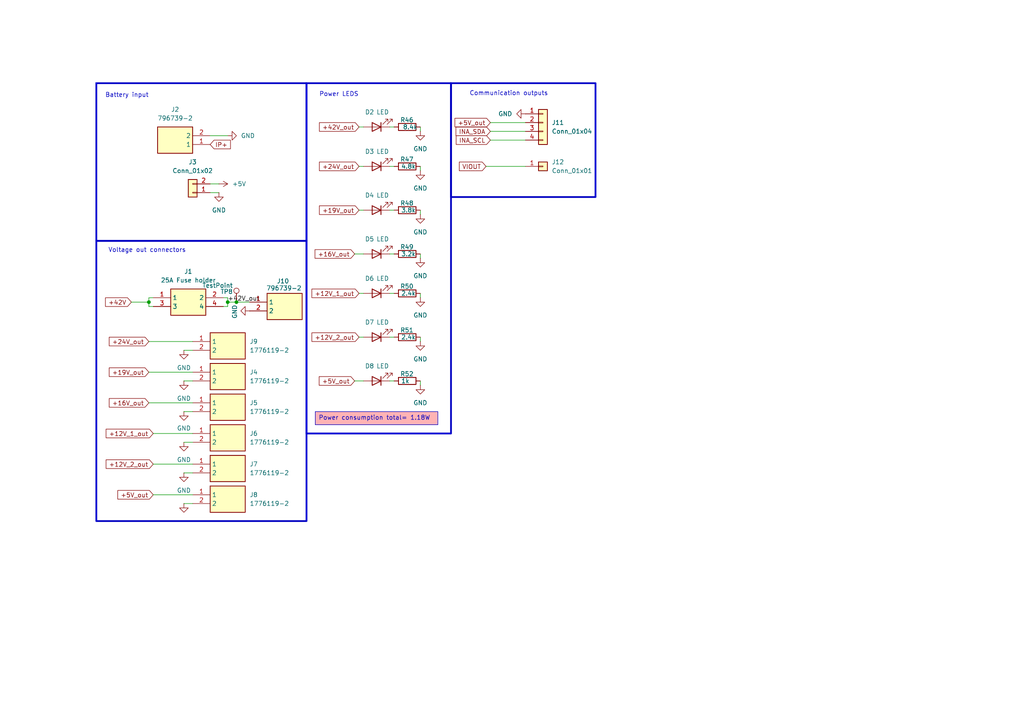
<source format=kicad_sch>
(kicad_sch (version 20231120) (generator "eeschema") (generator_version "8.0")
  (paper "A4")
  (title_block (title "Sheet Title A") (company "${COMPANY}"))
  (lib_symbols
    (symbol "1776119-2:1776119-2"
      (property "Reference" "J" (at 16.51 7.62 0))
      (property "Value" "1776119-2" (at 16.51 5.08 0))
      (symbol "1776119-2_1_1"
        (rectangle (start 5.08 2.54) (end 15.24 -5.08) (stroke (width 0.254)) (fill (type background)))
        (pin passive line (at 0 0 0) (length 5.08) (name "1") (number "1"))
        (pin passive line (at 0 -2.54 0) (length 5.08) (name "2") (number "2"))
      )
    )
    (symbol "3557-2:3557-2"
      (property "Reference" "J" (at 9.398 7.366 0))
      (property "Value" "3557-2" (at 6.604 4.826 0))
      (symbol "3557-2_1_1"
        (rectangle (start 5.08 2.54) (end 15.24 -5.08) (stroke (width 0.254)) (fill (type background)))
        (pin passive line (at 0 0 0) (length 5.08) (name "1") (number "1"))
        (pin passive line (at 20.32 0 180) (length 5.08) (name "2") (number "2"))
        (pin passive line (at 0 -2.54 0) (length 5.08) (name "3") (number "3"))
        (pin passive line (at 20.32 -2.54 180) (length 5.08) (name "4") (number "4"))
      )
    )
    (symbol "796739-2:796739-2"
      (property "Reference" "J" (at 16.51 7.62 0))
      (property "Value" "796739-2" (at 16.51 5.08 0))
      (symbol "796739-2_1_1"
        (rectangle (start 5.08 2.54) (end 15.24 -5.08) (stroke (width 0.254)) (fill (type background)))
        (pin passive line (at 0 0 0) (length 5.08) (name "1") (number "1"))
        (pin passive line (at 0 -2.54 0) (length 5.08) (name "2") (number "2"))
      )
    )
    (symbol "Connector:TestPoint" (pin_numbers hide) (pin_names (offset 0.762) hide)
      (property "Reference" "TP" (at 0 6.858 0))
      (property "Value" "TestPoint" (at 0 5.08 0))
      (symbol "TestPoint_0_1"
        (circle (center 0 3.302) (radius 0.762))
      )
      (symbol "TestPoint_1_1"
        (pin passive line (at 0 0 90) (length 2.54) (name "1") (number "1"))
      )
    )
    (symbol "Connector_Generic:Conn_01x01" (pin_names (offset 1.016) hide)
      (property "Reference" "J" (at 0 2.54 0))
      (property "Value" "Conn_01x01" (at 0 -2.54 0))
      (symbol "Conn_01x01_1_1"
        (rectangle (start -1.27 0.127) (end 0 -0.127) (stroke (width 0.1524)))
        (rectangle (start -1.27 1.27) (end 1.27 -1.27) (stroke (width 0.254)) (fill (type background)))
        (pin passive line (at -5.08 0 0) (length 3.81) (name "Pin_1") (number "1"))
      )
    )
    (symbol "Connector_Generic:Conn_01x02" (pin_names (offset 1.016) hide)
      (property "Reference" "J" (at 0 2.54 0))
      (property "Value" "Conn_01x02" (at 0 -5.08 0))
      (symbol "Conn_01x02_1_1"
        (rectangle (start -1.27 -2.413) (end 0 -2.667) (stroke (width 0.1524)))
        (rectangle (start -1.27 0.127) (end 0 -0.127) (stroke (width 0.1524)))
        (rectangle (start -1.27 1.27) (end 1.27 -3.81) (stroke (width 0.254)) (fill (type background)))
        (pin passive line (at -5.08 0 0) (length 3.81) (name "Pin_1") (number "1"))
        (pin passive line (at -5.08 -2.54 0) (length 3.81) (name "Pin_2") (number "2"))
      )
    )
    (symbol "Connector_Generic:Conn_01x04" (pin_names (offset 1.016) hide)
      (property "Reference" "J" (at 0 5.08 0))
      (property "Value" "Conn_01x04" (at 0 -7.62 0))
      (symbol "Conn_01x04_1_1"
        (rectangle (start -1.27 -4.953) (end 0 -5.207) (stroke (width 0.1524)))
        (rectangle (start -1.27 -2.413) (end 0 -2.667) (stroke (width 0.1524)))
        (rectangle (start -1.27 0.127) (end 0 -0.127) (stroke (width 0.1524)))
        (rectangle (start -1.27 2.667) (end 0 2.413) (stroke (width 0.1524)))
        (rectangle (start -1.27 3.81) (end 1.27 -6.35) (stroke (width 0.254)) (fill (type background)))
        (pin passive line (at -5.08 2.54 0) (length 3.81) (name "Pin_1") (number "1"))
        (pin passive line (at -5.08 0 0) (length 3.81) (name "Pin_2") (number "2"))
        (pin passive line (at -5.08 -2.54 0) (length 3.81) (name "Pin_3") (number "3"))
        (pin passive line (at -5.08 -5.08 0) (length 3.81) (name "Pin_4") (number "4"))
      )
    )
    (symbol "Device:LED" (pin_numbers hide) (pin_names (offset 1.016) hide)
      (property "Reference" "D" (at 0 2.54 0))
      (property "Value" "LED" (at 0 -2.54 0))
      (symbol "LED_0_1"
        (polyline (pts (xy -1.27 -1.27) (xy -1.27 1.27)) (stroke (width 0.254)))
        (polyline (pts (xy -1.27 0) (xy 1.27 0)))
        (polyline (pts (xy 1.27 -1.27) (xy 1.27 1.27) (xy -1.27 0) (xy 1.27 -1.27)) (stroke (width 0.254)))
        (polyline (pts (xy -3.048 -0.762) (xy -4.572 -2.286) (xy -3.81 -2.286) (xy -4.572 -2.286) (xy -4.572 -1.524)))
        (polyline (pts (xy -1.778 -0.762) (xy -3.302 -2.286) (xy -2.54 -2.286) (xy -3.302 -2.286) (xy -3.302 -1.524)))
      )
      (symbol "LED_1_1"
        (pin passive line (at -3.81 0 0) (length 2.54) (name "K") (number "1"))
        (pin passive line (at 3.81 0 180) (length 2.54) (name "A") (number "2"))
      )
    )
    (symbol "Device:R" (pin_numbers hide) (pin_names (offset 0))
      (property "Reference" "R" (at 2.032 0 90))
      (property "Value" "R" (at 0 0 90))
      (symbol "R_0_1"
        (rectangle (start -1.016 -2.54) (end 1.016 2.54) (stroke (width 0.254)))
      )
      (symbol "R_1_1"
        (pin passive line (at 0 3.81 270) (length 1.27) (name "~") (number "1"))
        (pin passive line (at 0 -3.81 90) (length 1.27) (name "~") (number "2"))
      )
    )
    (symbol "power:+5V" (power) (pin_numbers hide) (pin_names (offset 0) hide)
      (property "Value" "+5V" (at 0 3.556 0))
      (symbol "+5V_0_1"
        (polyline (pts (xy -0.762 1.27) (xy 0 2.54)))
        (polyline (pts (xy 0 0) (xy 0 2.54)))
        (polyline (pts (xy 0 2.54) (xy 0.762 1.27)))
      )
      (symbol "+5V_1_1"
        (pin power_in line (at 0 0 90) (length 0) (name "~") (number "1"))
      )
    )
    (symbol "power:GND" (power) (pin_numbers hide) (pin_names (offset 0) hide)
      (property "Value" "GND" (at 0 -3.81 0))
      (symbol "GND_0_1"
        (polyline (pts (xy 0 0) (xy 0 -1.27) (xy 1.27 -1.27) (xy 0 -2.54) (xy -1.27 -1.27) (xy 0 -1.27)))
      )
      (symbol "GND_1_1"
        (pin power_in line (at 0 0 270) (length 0) (name "~") (number "1"))
      )
    )
  )
  (junction (at 68.58 87.63))
  (junction (at 66.04 87.63))
  (junction (at 43.18 87.63))
  (wire (pts (xy 121.92 110.49) (xy 121.92 111.76)))
  (wire (pts (xy 121.92 48.26) (xy 121.92 49.53)))
  (wire (pts (xy 64.77 88.9) (xy 66.04 88.9)))
  (wire (pts (xy 113.03 73.66) (xy 114.3 73.66)))
  (wire (pts (xy 44.45 143.51) (xy 55.88 143.51)))
  (wire (pts (xy 53.34 110.49) (xy 55.88 110.49)))
  (wire (pts (xy 113.03 48.26) (xy 114.3 48.26)))
  (wire (pts (xy 43.18 86.36) (xy 44.45 86.36)))
  (wire (pts (xy 104.14 48.26) (xy 105.41 48.26)))
  (wire (pts (xy 121.92 60.96) (xy 121.92 62.23)))
  (wire (pts (xy 113.03 110.49) (xy 114.3 110.49)))
  (wire (pts (xy 43.18 99.06) (xy 55.88 99.06)))
  (wire (pts (xy 104.14 97.79) (xy 105.41 97.79)))
  (wire (pts (xy 53.34 119.38) (xy 55.88 119.38)))
  (wire (pts (xy 53.34 128.27) (xy 55.88 128.27)))
  (wire (pts (xy 43.18 87.63) (xy 43.18 86.36)))
  (wire (pts (xy 53.34 101.6) (xy 55.88 101.6)))
  (wire (pts (xy 142.24 35.56) (xy 152.4 35.56)))
  (wire (pts (xy 113.03 60.96) (xy 114.3 60.96)))
  (wire (pts (xy 38.1 87.63) (xy 43.18 87.63)))
  (wire (pts (xy 66.04 87.63) (xy 68.58 87.63)))
  (wire (pts (xy 121.92 36.83) (xy 121.92 38.1)))
  (wire (pts (xy 104.14 85.09) (xy 105.41 85.09)))
  (wire (pts (xy 60.96 39.37) (xy 66.04 39.37)))
  (wire (pts (xy 43.18 107.95) (xy 55.88 107.95)))
  (wire (pts (xy 104.14 60.96) (xy 105.41 60.96)))
  (wire (pts (xy 68.58 87.63) (xy 72.39 87.63)))
  (wire (pts (xy 60.96 55.88) (xy 63.5 55.88)))
  (wire (pts (xy 66.04 86.36) (xy 66.04 87.63)))
  (wire (pts (xy 142.24 38.1) (xy 152.4 38.1)))
  (wire (pts (xy 44.45 125.73) (xy 55.88 125.73)))
  (wire (pts (xy 113.03 36.83) (xy 114.3 36.83)))
  (wire (pts (xy 53.34 146.05) (xy 55.88 146.05)))
  (wire (pts (xy 142.24 40.64) (xy 152.4 40.64)))
  (wire (pts (xy 102.87 73.66) (xy 105.41 73.66)))
  (wire (pts (xy 44.45 88.9) (xy 43.18 88.9)))
  (wire (pts (xy 121.92 85.09) (xy 121.92 86.36)))
  (wire (pts (xy 43.18 88.9) (xy 43.18 87.63)))
  (wire (pts (xy 60.96 53.34) (xy 63.5 53.34)))
  (wire (pts (xy 113.03 85.09) (xy 114.3 85.09)))
  (wire (pts (xy 140.97 48.26) (xy 152.4 48.26)))
  (wire (pts (xy 121.92 97.79) (xy 121.92 99.06)))
  (wire (pts (xy 102.87 110.49) (xy 105.41 110.49)))
  (wire (pts (xy 53.34 137.16) (xy 55.88 137.16)))
  (wire (pts (xy 113.03 97.79) (xy 114.3 97.79)))
  (wire (pts (xy 43.18 116.84) (xy 55.88 116.84)))
  (wire (pts (xy 44.45 134.62) (xy 55.88 134.62)))
  (wire (pts (xy 64.77 86.36) (xy 66.04 86.36)))
  (wire (pts (xy 66.04 87.63) (xy 66.04 88.9)))
  (wire (pts (xy 121.92 73.66) (xy 121.92 74.93)))
  (wire (pts (xy 104.14 36.83) (xy 105.41 36.83)))
  (rectangle (start 130.81 24.13) (end 172.72 57.15) (stroke (width 0.508)))
  (rectangle (start 27.94 24.13) (end 88.9 69.85) (stroke (width 0.508)))
  (rectangle (start 27.94 69.85) (end 88.9 151.13) (stroke (width 0.508)))
  (rectangle (start 88.9 24.13) (end 130.81 125.73) (stroke (width 0.508)))
  (text_box "Power consumption total= 1.18W\n\n" (at 91.44 119.38 0) (size 35.56 3.81) (fill (type color) (color 255 0 0 0.3)) (effects (font (size 1.27 1.27)) (justify left top)))
  (text "Voltage out connectors\n" (at 42.672 72.644 0) (effects (font (size 1.27 1.27))))
  (text "Power LEDS\n" (at 98.298 27.432 0) (effects (font (size 1.27 1.27))))
  (text "Battery input\n" (at 36.83 27.686 0) (effects (font (size 1.27 1.27))))
  (text "Communication outputs\n" (at 147.574 27.178 0) (effects (font (size 1.27 1.27))))
  (label "+42V_out" (at 66.04 87.63 0))
  (global_label "+12V_1_out" (shape input) (at 44.45 125.73 180) (property "Intersheetrefs" "${INTERSHEET_REFS}" (effects (hide yes))))
  (global_label "VIOUT" (shape input) (at 140.97 48.26 180) (property "Intersheetrefs" "${INTERSHEET_REFS}" (effects (hide yes))))
  (global_label "+19V_out" (shape input) (at 104.14 60.96 180) (property "Intersheetrefs" "${INTERSHEET_REFS}" (effects (hide yes))))
  (global_label "+5V_out" (shape input) (at 102.87 110.49 180) (property "Intersheetrefs" "${INTERSHEET_REFS}" (effects (hide yes))))
  (global_label "+5V_out" (shape input) (at 142.24 35.56 180) (property "Intersheetrefs" "${INTERSHEET_REFS}" (effects (hide yes))))
  (global_label "+24V_out" (shape input) (at 43.18 99.06 180) (property "Intersheetrefs" "${INTERSHEET_REFS}" (effects (hide yes))))
  (global_label "+5V_out" (shape input) (at 44.45 143.51 180) (property "Intersheetrefs" "${INTERSHEET_REFS}" (effects (hide yes))))
  (global_label "+12V_2_out" (shape input) (at 104.14 97.79 180) (property "Intersheetrefs" "${INTERSHEET_REFS}" (effects (hide yes))))
  (global_label "+12V_1_out" (shape input) (at 104.14 85.09 180) (property "Intersheetrefs" "${INTERSHEET_REFS}" (effects (hide yes))))
  (global_label "+19V_out" (shape input) (at 43.18 107.95 180) (property "Intersheetrefs" "${INTERSHEET_REFS}" (effects (hide yes))))
  (global_label "INA_SCL" (shape input) (at 142.24 40.64 180) (property "Intersheetrefs" "${INTERSHEET_REFS}" (effects (hide yes))))
  (global_label "+24V_out" (shape input) (at 104.14 48.26 180) (property "Intersheetrefs" "${INTERSHEET_REFS}" (effects (hide yes))))
  (global_label "IP+" (shape input) (at 60.96 41.91 0) (property "Intersheetrefs" "${INTERSHEET_REFS}" (effects (hide yes))))
  (global_label "+42V_out" (shape input) (at 104.14 36.83 180) (property "Intersheetrefs" "${INTERSHEET_REFS}" (effects (hide yes))))
  (global_label "+42V" (shape input) (at 38.1 87.63 180) (property "Intersheetrefs" "${INTERSHEET_REFS}" (effects (hide yes))))
  (global_label "+16V_out" (shape input) (at 43.18 116.84 180) (property "Intersheetrefs" "${INTERSHEET_REFS}" (effects (hide yes))))
  (global_label "+16V_out" (shape input) (at 102.87 73.66 180) (property "Intersheetrefs" "${INTERSHEET_REFS}" (effects (hide yes))))
  (global_label "+12V_2_out" (shape input) (at 44.45 134.62 180) (property "Intersheetrefs" "${INTERSHEET_REFS}" (effects (hide yes))))
  (global_label "INA_SDA" (shape input) (at 142.24 38.1 180) (property "Intersheetrefs" "${INTERSHEET_REFS}" (effects (hide yes))))
  (symbol (lib_id "power:GND") (at 152.4 33.02 270) (unit 1)
    (property "Reference" "#PWR089" (effects (hide yes)))
    (property "Value" "GND" (at 148.59 33.0199 90) (effects (justify right)))
    (property "Description" "Power symbol creates a global label with name \"GND\" , ground" (effects (hide yes)))
  )
  (symbol (lib_id "Device:R") (at 118.11 85.09 270) (unit 1)
    (property "Reference" "R50" (at 116.078 83.058 90) (effects (justify left)))
    (property "Value" "2.4k" (at 116.332 85.09 90) (effects (justify left)))
    (property "Footprint" "Resistor_SMD:R_0603_1608Metric_Pad0.98x0.95mm_HandSolder" (effects (hide yes)))
    (property "Description" "Resistor" (effects (hide yes)))
  )
  (symbol (lib_id "Device:LED") (at 109.22 60.96 180) (unit 1)
    (property "Reference" "D4" (at 107.188 56.642 0))
    (property "Value" "LED" (at 110.998 56.642 0))
    (property "Footprint" "LED_SMD:LED_0603_1608Metric_Pad1.05x0.95mm_HandSolder" (effects (hide yes)))
    (property "Description" "Light emitting diode" (effects (hide yes)))
  )
  (symbol (lib_id "power:GND") (at 121.92 111.76 0) (unit 1)
    (property "Reference" "#PWR088" (effects (hide yes)))
    (property "Value" "GND" (at 121.92 116.84 0))
    (property "Description" "Power symbol creates a global label with name \"GND\" , ground" (effects (hide yes)))
  )
  (symbol (lib_id "power:GND") (at 53.34 101.6 0) (unit 1)
    (property "Reference" "#PWR072" (effects (hide yes)))
    (property "Value" "GND" (at 53.34 106.68 0))
    (property "Description" "Power symbol creates a global label with name \"GND\" , ground" (effects (hide yes)))
  )
  (symbol (lib_id "1776119-2:1776119-2") (at 55.88 107.95 0) (unit 1)
    (property "Reference" "J4" (at 72.39 107.9499 0) (effects (justify left)))
    (property "Value" "1776119-2" (at 72.39 110.4899 0) (effects (justify left)))
    (property "Footprint" "17761192" (effects (hide yes)))
    (property "Datasheet" "https://www.te.com/commerce/DocumentDelivery/DDEController?Action=srchrtrv&DocNm=1-1773458-1_EURO_STYLE_QRG&DocType=Data%20Sheet&DocLang=English&PartCntxt=1776119-2&DocFormat=pdf" (effects (hide yes)))
    (property "Description" "Body Features: Primary Product Color Black | Product Orientation Vertical | Configuration Features: Wire Entry Location Side | Stacked Levels Without | Stacking Configuration Side Stackable | Number of Rows 1 | Wire Entry Angle 90 | Number of Positions 2 | Contact Features: Contact Mating Area Plating Material Tin | Contact Current Rating (Max) 10 AMP | Contact Base Material Brass | Dimensions: Wire Size 30  16 AWG | Wire Size .05  1.4 MMSQ | Electrical Characteristics: Operating Voltage 300 VAC | H" (effects (hide yes)))
    (property "Height" "10.15" (effects (hide yes)))
    (property "Mouser Part Number" "571-1776119-2" (effects (hide yes)))
    (property "Mouser Price/Stock" "https://www.mouser.co.uk/ProductDetail/TE-Connectivity/1776119-2?qs=wXhBCuSapIOt9kisiZ5F8Q%3D%3D" (effects (hide yes)))
    (property "Manufacturer_Name" "TE Connectivity" (effects (hide yes)))
    (property "Manufacturer_Part_Number" "1776119-2" (effects (hide yes)))
  )
  (symbol (lib_id "Connector_Generic:Conn_01x04") (at 157.48 35.56 0) (unit 1)
    (property "Reference" "J11" (at 160.02 35.5599 0) (effects (justify left)))
    (property "Value" "Conn_01x04" (at 160.02 38.0999 0) (effects (justify left)))
    (property "Footprint" "Connector_JST:JST_XA_B04B-XASK-1_1x04_P2.50mm_Vertical" (effects (hide yes)))
    (property "Description" "Generic connector, single row, 01x04, script generated (kicad-library-utils/schlib/autogen/connector/)" (effects (hide yes)))
  )
  (symbol (lib_id "power:GND") (at 53.34 110.49 0) (unit 1)
    (property "Reference" "#PWR073" (effects (hide yes)))
    (property "Value" "GND" (at 53.34 115.57 0))
    (property "Description" "Power symbol creates a global label with name \"GND\" , ground" (effects (hide yes)))
  )
  (symbol (lib_id "power:GND") (at 53.34 146.05 0) (unit 1)
    (property "Reference" "#PWR077" (effects (hide yes)))
    (property "Value" "GND" (effects (hide yes)))
    (property "Description" "Power symbol creates a global label with name \"GND\" , ground" (effects (hide yes)))
  )
  (symbol (lib_id "1776119-2:1776119-2") (at 55.88 125.73 0) (unit 1)
    (property "Reference" "J6" (at 72.39 125.7299 0) (effects (justify left)))
    (property "Value" "1776119-2" (at 72.39 128.2699 0) (effects (justify left)))
    (property "Footprint" "17761192" (effects (hide yes)))
    (property "Datasheet" "https://www.te.com/commerce/DocumentDelivery/DDEController?Action=srchrtrv&DocNm=1-1773458-1_EURO_STYLE_QRG&DocType=Data%20Sheet&DocLang=English&PartCntxt=1776119-2&DocFormat=pdf" (effects (hide yes)))
    (property "Description" "Body Features: Primary Product Color Black | Product Orientation Vertical | Configuration Features: Wire Entry Location Side | Stacked Levels Without | Stacking Configuration Side Stackable | Number of Rows 1 | Wire Entry Angle 90 | Number of Positions 2 | Contact Features: Contact Mating Area Plating Material Tin | Contact Current Rating (Max) 10 AMP | Contact Base Material Brass | Dimensions: Wire Size 30  16 AWG | Wire Size .05  1.4 MMSQ | Electrical Characteristics: Operating Voltage 300 VAC | H" (effects (hide yes)))
    (property "Height" "10.15" (effects (hide yes)))
    (property "Mouser Part Number" "571-1776119-2" (effects (hide yes)))
    (property "Mouser Price/Stock" "https://www.mouser.co.uk/ProductDetail/TE-Connectivity/1776119-2?qs=wXhBCuSapIOt9kisiZ5F8Q%3D%3D" (effects (hide yes)))
    (property "Manufacturer_Name" "TE Connectivity" (effects (hide yes)))
    (property "Manufacturer_Part_Number" "1776119-2" (effects (hide yes)))
  )
  (symbol (lib_id "Connector_Generic:Conn_01x01") (at 157.48 48.26 0) (unit 1)
    (property "Reference" "J12" (at 160.02 46.9899 0) (effects (justify left)))
    (property "Value" "Conn_01x01" (at 160.02 49.5299 0) (effects (justify left)))
    (property "Footprint" "Connector_PinHeader_2.54mm:PinHeader_1x01_P2.54mm_Vertical" (effects (hide yes)))
    (property "Description" "Generic connector, single row, 01x01, script generated (kicad-library-utils/schlib/autogen/connector/)" (effects (hide yes)))
  )
  (symbol (lib_id "796739-2:796739-2") (at 72.39 87.63 0) (unit 1)
    (property "Reference" "J10" (at 80.264 81.534 0) (effects (justify left)))
    (property "Value" "796739-2" (at 77.216 83.566 0) (effects (justify left)))
    (property "Footprint" "7967392" (effects (hide yes)))
    (property "Datasheet" "https://www.te.com/commerce/DocumentDelivery/DDEController?Action=srchrtrv&DocNm=1-1773458-1_EURO_STYLE_QRG&DocType=Data%20Sheet&DocLang=English&PartCntxt=796739-2&DocFormat=pdf" (effects (hide yes)))
    (property "Description" "Body Features: Product Orientation Vertical | Primary Product Color Green | Configuration Features: Wire Entry Angle 90 | Stacked Levels Without | Number of Positions 2 | Number of Rows 1 | Wire Entry Location Side | Contact Features: Contact Base Material Brass | Contact Current Rating (Max) 30 AMP | Contact Mating Area Plating Material Tin | Dimensions: Wire Size .05  5.26 MMSQ | Wire Size 30  10 AWG | Electrical Characteristics: Operating Voltage 600 VAC | Housing Features: Housing Material PA 66" (effects (hide yes)))
    (property "Height" "21.7" (effects (hide yes)))
    (property "Mouser Part Number" "571-796739-2" (effects (hide yes)))
    (property "Mouser Price/Stock" "https://www.mouser.co.uk/ProductDetail/TE-Connectivity/796739-2?qs=DUs9f6OUnucjHXAXMBymqQ%3D%3D" (effects (hide yes)))
    (property "Manufacturer_Name" "TE Connectivity" (effects (hide yes)))
    (property "Manufacturer_Part_Number" "796739-2" (effects (hide yes)))
  )
  (symbol (lib_id "Device:LED") (at 109.22 36.83 180) (unit 1)
    (property "Reference" "D2" (at 107.188 32.512 0))
    (property "Value" "LED" (at 110.998 32.512 0))
    (property "Footprint" "LED_SMD:LED_0603_1608Metric_Pad1.05x0.95mm_HandSolder" (effects (hide yes)))
    (property "Description" "Light emitting diode" (effects (hide yes)))
  )
  (symbol (lib_id "power:GND") (at 53.34 137.16 0) (unit 1)
    (property "Reference" "#PWR076" (effects (hide yes)))
    (property "Value" "GND" (at 53.34 142.24 0))
    (property "Description" "Power symbol creates a global label with name \"GND\" , ground" (effects (hide yes)))
  )
  (symbol (lib_id "power:GND") (at 121.92 99.06 0) (unit 1)
    (property "Reference" "#PWR087" (effects (hide yes)))
    (property "Value" "GND" (at 121.92 104.14 0))
    (property "Description" "Power symbol creates a global label with name \"GND\" , ground" (effects (hide yes)))
  )
  (symbol (lib_id "power:GND") (at 63.5 55.88 0) (unit 1)
    (property "Reference" "#PWR080" (effects (hide yes)))
    (property "Value" "GND" (at 63.5 60.96 0))
    (property "Description" "Power symbol creates a global label with name \"GND\" , ground" (effects (hide yes)))
  )
  (symbol (lib_id "1776119-2:1776119-2") (at 55.88 134.62 0) (unit 1)
    (property "Reference" "J7" (at 72.39 134.6199 0) (effects (justify left)))
    (property "Value" "1776119-2" (at 72.39 137.1599 0) (effects (justify left)))
    (property "Footprint" "17761192" (effects (hide yes)))
    (property "Datasheet" "https://www.te.com/commerce/DocumentDelivery/DDEController?Action=srchrtrv&DocNm=1-1773458-1_EURO_STYLE_QRG&DocType=Data%20Sheet&DocLang=English&PartCntxt=1776119-2&DocFormat=pdf" (effects (hide yes)))
    (property "Description" "Body Features: Primary Product Color Black | Product Orientation Vertical | Configuration Features: Wire Entry Location Side | Stacked Levels Without | Stacking Configuration Side Stackable | Number of Rows 1 | Wire Entry Angle 90 | Number of Positions 2 | Contact Features: Contact Mating Area Plating Material Tin | Contact Current Rating (Max) 10 AMP | Contact Base Material Brass | Dimensions: Wire Size 30  16 AWG | Wire Size .05  1.4 MMSQ | Electrical Characteristics: Operating Voltage 300 VAC | H" (effects (hide yes)))
    (property "Height" "10.15" (effects (hide yes)))
    (property "Mouser Part Number" "571-1776119-2" (effects (hide yes)))
    (property "Mouser Price/Stock" "https://www.mouser.co.uk/ProductDetail/TE-Connectivity/1776119-2?qs=wXhBCuSapIOt9kisiZ5F8Q%3D%3D" (effects (hide yes)))
    (property "Manufacturer_Name" "TE Connectivity" (effects (hide yes)))
    (property "Manufacturer_Part_Number" "1776119-2" (effects (hide yes)))
  )
  (symbol (lib_id "power:GND") (at 53.34 128.27 0) (unit 1)
    (property "Reference" "#PWR075" (effects (hide yes)))
    (property "Value" "GND" (at 53.34 133.35 0))
    (property "Description" "Power symbol creates a global label with name \"GND\" , ground" (effects (hide yes)))
  )
  (symbol (lib_id "1776119-2:1776119-2") (at 55.88 143.51 0) (unit 1)
    (property "Reference" "J8" (at 72.39 143.5099 0) (effects (justify left)))
    (property "Value" "1776119-2" (at 72.39 146.0499 0) (effects (justify left)))
    (property "Footprint" "17761192" (effects (hide yes)))
    (property "Datasheet" "https://www.te.com/commerce/DocumentDelivery/DDEController?Action=srchrtrv&DocNm=1-1773458-1_EURO_STYLE_QRG&DocType=Data%20Sheet&DocLang=English&PartCntxt=1776119-2&DocFormat=pdf" (effects (hide yes)))
    (property "Description" "Body Features: Primary Product Color Black | Product Orientation Vertical | Configuration Features: Wire Entry Location Side | Stacked Levels Without | Stacking Configuration Side Stackable | Number of Rows 1 | Wire Entry Angle 90 | Number of Positions 2 | Contact Features: Contact Mating Area Plating Material Tin | Contact Current Rating (Max) 10 AMP | Contact Base Material Brass | Dimensions: Wire Size 30  16 AWG | Wire Size .05  1.4 MMSQ | Electrical Characteristics: Operating Voltage 300 VAC | H" (effects (hide yes)))
    (property "Height" "10.15" (effects (hide yes)))
    (property "Mouser Part Number" "571-1776119-2" (effects (hide yes)))
    (property "Mouser Price/Stock" "https://www.mouser.co.uk/ProductDetail/TE-Connectivity/1776119-2?qs=wXhBCuSapIOt9kisiZ5F8Q%3D%3D" (effects (hide yes)))
    (property "Manufacturer_Name" "TE Connectivity" (effects (hide yes)))
    (property "Manufacturer_Part_Number" "1776119-2" (effects (hide yes)))
  )
  (symbol (lib_id "1776119-2:1776119-2") (at 55.88 99.06 0) (unit 1)
    (property "Reference" "J9" (at 72.39 99.0599 0) (effects (justify left)))
    (property "Value" "1776119-2" (at 72.39 101.5999 0) (effects (justify left)))
    (property "Footprint" "17761192" (effects (hide yes)))
    (property "Datasheet" "https://www.te.com/commerce/DocumentDelivery/DDEController?Action=srchrtrv&DocNm=1-1773458-1_EURO_STYLE_QRG&DocType=Data%20Sheet&DocLang=English&PartCntxt=1776119-2&DocFormat=pdf" (effects (hide yes)))
    (property "Description" "Body Features: Primary Product Color Black | Product Orientation Vertical | Configuration Features: Wire Entry Location Side | Stacked Levels Without | Stacking Configuration Side Stackable | Number of Rows 1 | Wire Entry Angle 90 | Number of Positions 2 | Contact Features: Contact Mating Area Plating Material Tin | Contact Current Rating (Max) 10 AMP | Contact Base Material Brass | Dimensions: Wire Size 30  16 AWG | Wire Size .05  1.4 MMSQ | Electrical Characteristics: Operating Voltage 300 VAC | H" (effects (hide yes)))
    (property "Height" "10.15" (effects (hide yes)))
    (property "Mouser Part Number" "571-1776119-2" (effects (hide yes)))
    (property "Mouser Price/Stock" "https://www.mouser.co.uk/ProductDetail/TE-Connectivity/1776119-2?qs=wXhBCuSapIOt9kisiZ5F8Q%3D%3D" (effects (hide yes)))
    (property "Manufacturer_Name" "TE Connectivity" (effects (hide yes)))
    (property "Manufacturer_Part_Number" "1776119-2" (effects (hide yes)))
  )
  (symbol (lib_id "Device:R") (at 118.11 36.83 270) (unit 1)
    (property "Reference" "R46" (at 116.078 34.798 90) (effects (justify left)))
    (property "Value" "8.4k" (at 116.84 36.83 90) (effects (justify left)))
    (property "Footprint" "Resistor_SMD:R_0603_1608Metric_Pad0.98x0.95mm_HandSolder" (effects (hide yes)))
    (property "Description" "Resistor" (effects (hide yes)))
  )
  (symbol (lib_id "power:GND") (at 121.92 86.36 0) (unit 1)
    (property "Reference" "#PWR086" (effects (hide yes)))
    (property "Value" "GND" (at 121.92 91.44 0))
    (property "Description" "Power symbol creates a global label with name \"GND\" , ground" (effects (hide yes)))
  )
  (symbol (lib_id "Device:R") (at 118.11 97.79 270) (unit 1)
    (property "Reference" "R51" (at 116.078 95.758 90) (effects (justify left)))
    (property "Value" "2.4k" (at 116.332 97.79 90) (effects (justify left)))
    (property "Footprint" "Resistor_SMD:R_0603_1608Metric_Pad0.98x0.95mm_HandSolder" (effects (hide yes)))
    (property "Description" "Resistor" (effects (hide yes)))
  )
  (symbol (lib_id "power:GND") (at 121.92 49.53 0) (unit 1)
    (property "Reference" "#PWR083" (effects (hide yes)))
    (property "Value" "GND" (at 121.92 54.61 0))
    (property "Description" "Power symbol creates a global label with name \"GND\" , ground" (effects (hide yes)))
  )
  (symbol (lib_id "Connector:TestPoint") (at 68.58 87.63 0) (unit 1)
    (property "Reference" "TP8" (at 67.564 84.582 0) (effects (justify right)))
    (property "Value" "TestPoint" (at 67.564 82.804 0) (effects (justify right)))
    (property "Footprint" "TestPoint:TestPoint_THTPad_D1.0mm_Drill0.5mm" (effects (hide yes)))
    (property "Description" "test point" (effects (hide yes)))
  )
  (symbol (lib_id "Device:R") (at 118.11 110.49 270) (unit 1)
    (property "Reference" "R52" (at 116.078 108.458 90) (effects (justify left)))
    (property "Value" "1k" (at 116.332 110.49 90) (effects (justify left)))
    (property "Footprint" "Resistor_SMD:R_0603_1608Metric_Pad0.98x0.95mm_HandSolder" (effects (hide yes)))
    (property "Description" "Resistor" (effects (hide yes)))
  )
  (symbol (lib_id "Device:R") (at 118.11 48.26 270) (unit 1)
    (property "Reference" "R47" (at 116.078 46.228 90) (effects (justify left)))
    (property "Value" "4.8k" (at 116.332 48.26 90) (effects (justify left)))
    (property "Footprint" "Resistor_SMD:R_0603_1608Metric_Pad0.98x0.95mm_HandSolder" (effects (hide yes)))
    (property "Description" "Resistor" (effects (hide yes)))
  )
  (symbol (lib_id "power:GND") (at 66.04 39.37 90) (unit 1)
    (property "Reference" "#PWR078" (effects (hide yes)))
    (property "Value" "GND" (at 69.85 39.3699 90) (effects (justify right)))
    (property "Description" "Power symbol creates a global label with name \"GND\" , ground" (effects (hide yes)))
  )
  (symbol (lib_id "power:GND") (at 72.39 90.17 270) (unit 1)
    (property "Reference" "#PWR081" (effects (hide yes)))
    (property "Value" "GND" (at 68.072 90.424 0))
    (property "Description" "Power symbol creates a global label with name \"GND\" , ground" (effects (hide yes)))
  )
  (symbol (lib_id "Device:LED") (at 109.22 73.66 180) (unit 1)
    (property "Reference" "D5" (at 107.188 69.342 0))
    (property "Value" "LED" (at 110.998 69.342 0))
    (property "Footprint" "LED_SMD:LED_0603_1608Metric_Pad1.05x0.95mm_HandSolder" (effects (hide yes)))
    (property "Description" "Light emitting diode" (effects (hide yes)))
  )
  (symbol (lib_id "Device:LED") (at 109.22 85.09 180) (unit 1)
    (property "Reference" "D6" (at 107.188 80.772 0))
    (property "Value" "LED" (at 110.998 80.772 0))
    (property "Footprint" "LED_SMD:LED_0603_1608Metric_Pad1.05x0.95mm_HandSolder" (effects (hide yes)))
    (property "Description" "Light emitting diode" (effects (hide yes)))
  )
  (symbol (lib_id "power:GND") (at 121.92 62.23 0) (unit 1)
    (property "Reference" "#PWR084" (effects (hide yes)))
    (property "Value" "GND" (at 121.92 67.31 0))
    (property "Description" "Power symbol creates a global label with name \"GND\" , ground" (effects (hide yes)))
  )
  (symbol (lib_id "Device:LED") (at 109.22 110.49 180) (unit 1)
    (property "Reference" "D8" (at 107.188 106.172 0))
    (property "Value" "LED" (at 110.998 106.172 0))
    (property "Footprint" "LED_SMD:LED_0603_1608Metric_Pad1.05x0.95mm_HandSolder" (effects (hide yes)))
    (property "Description" "Light emitting diode" (effects (hide yes)))
  )
  (symbol (lib_id "Device:R") (at 118.11 60.96 270) (unit 1)
    (property "Reference" "R48" (at 116.078 58.928 90) (effects (justify left)))
    (property "Value" "3.8k" (at 116.332 60.96 90) (effects (justify left)))
    (property "Footprint" "Resistor_SMD:R_0603_1608Metric_Pad0.98x0.95mm_HandSolder" (effects (hide yes)))
    (property "Description" "Resistor" (effects (hide yes)))
  )
  (symbol (lib_id "1776119-2:1776119-2") (at 55.88 116.84 0) (unit 1)
    (property "Reference" "J5" (at 72.39 116.8399 0) (effects (justify left)))
    (property "Value" "1776119-2" (at 72.39 119.3799 0) (effects (justify left)))
    (property "Footprint" "17761192" (effects (hide yes)))
    (property "Datasheet" "https://www.te.com/commerce/DocumentDelivery/DDEController?Action=srchrtrv&DocNm=1-1773458-1_EURO_STYLE_QRG&DocType=Data%20Sheet&DocLang=English&PartCntxt=1776119-2&DocFormat=pdf" (effects (hide yes)))
    (property "Description" "Body Features: Primary Product Color Black | Product Orientation Vertical | Configuration Features: Wire Entry Location Side | Stacked Levels Without | Stacking Configuration Side Stackable | Number of Rows 1 | Wire Entry Angle 90 | Number of Positions 2 | Contact Features: Contact Mating Area Plating Material Tin | Contact Current Rating (Max) 10 AMP | Contact Base Material Brass | Dimensions: Wire Size 30  16 AWG | Wire Size .05  1.4 MMSQ | Electrical Characteristics: Operating Voltage 300 VAC | H" (effects (hide yes)))
    (property "Height" "10.15" (effects (hide yes)))
    (property "Mouser Part Number" "571-1776119-2" (effects (hide yes)))
    (property "Mouser Price/Stock" "https://www.mouser.co.uk/ProductDetail/TE-Connectivity/1776119-2?qs=wXhBCuSapIOt9kisiZ5F8Q%3D%3D" (effects (hide yes)))
    (property "Manufacturer_Name" "TE Connectivity" (effects (hide yes)))
    (property "Manufacturer_Part_Number" "1776119-2" (effects (hide yes)))
  )
  (symbol (lib_id "Device:LED") (at 109.22 97.79 180) (unit 1)
    (property "Reference" "D7" (at 107.188 93.472 0))
    (property "Value" "LED" (at 110.998 93.472 0))
    (property "Footprint" "LED_SMD:LED_0603_1608Metric_Pad1.05x0.95mm_HandSolder" (effects (hide yes)))
    (property "Description" "Light emitting diode" (effects (hide yes)))
  )
  (symbol (lib_id "Device:LED") (at 109.22 48.26 180) (unit 1)
    (property "Reference" "D3" (at 107.188 43.942 0))
    (property "Value" "LED" (at 110.998 43.942 0))
    (property "Footprint" "LED_SMD:LED_0603_1608Metric_Pad1.05x0.95mm_HandSolder" (effects (hide yes)))
    (property "Description" "Light emitting diode" (effects (hide yes)))
  )
  (symbol (lib_id "796739-2:796739-2") (at 60.96 41.91 180) (unit 1)
    (property "Reference" "J2" (at 50.8 31.75 0))
    (property "Value" "796739-2" (at 50.8 34.29 0))
    (property "Footprint" "7967392" (effects (hide yes)))
    (property "Datasheet" "https://www.te.com/commerce/DocumentDelivery/DDEController?Action=srchrtrv&DocNm=1-1773458-1_EURO_STYLE_QRG&DocType=Data%20Sheet&DocLang=English&PartCntxt=796739-2&DocFormat=pdf" (effects (hide yes)))
    (property "Description" "Body Features: Product Orientation Vertical | Primary Product Color Green | Configuration Features: Wire Entry Angle 90 | Stacked Levels Without | Number of Positions 2 | Number of Rows 1 | Wire Entry Location Side | Contact Features: Contact Base Material Brass | Contact Current Rating (Max) 30 AMP | Contact Mating Area Plating Material Tin | Dimensions: Wire Size .05  5.26 MMSQ | Wire Size 30  10 AWG | Electrical Characteristics: Operating Voltage 600 VAC | Housing Features: Housing Material PA 66" (effects (hide yes)))
    (property "Height" "21.7" (effects (hide yes)))
    (property "Mouser Part Number" "571-796739-2" (effects (hide yes)))
    (property "Mouser Price/Stock" "https://www.mouser.co.uk/ProductDetail/TE-Connectivity/796739-2?qs=DUs9f6OUnucjHXAXMBymqQ%3D%3D" (effects (hide yes)))
    (property "Manufacturer_Name" "TE Connectivity" (effects (hide yes)))
    (property "Manufacturer_Part_Number" "796739-2" (effects (hide yes)))
  )
  (symbol (lib_id "3557-2:3557-2") (at 44.45 86.36 0) (unit 1)
    (property "Reference" "J1" (at 54.61 78.74 0))
    (property "Value" "25A Fuse holder" (at 54.61 81.28 0))
    (property "Footprint" "3557-2" (effects (hide yes)))
    (property "Datasheet" "http://www.keyelco.com/product-pdf.cfm?p=296" (effects (hide yes)))
    (property "Description" "THM 2 in 1 Auto Blade Holder P/N 3557-2" (effects (hide yes)))
    (property "Mouser Part Number" "534-3557-2" (effects (hide yes)))
    (property "Mouser Price/Stock" "https://www.mouser.co.uk/ProductDetail/Keystone-Electronics/3557-2?qs=cxy41lVAGV%2FfbyASjpXK1g%3D%3D" (effects (hide yes)))
    (property "Manufacturer_Name" "Keystone Electronics" (effects (hide yes)))
    (property "Manufacturer_Part_Number" "3557-2" (effects (hide yes)))
  )
  (symbol (lib_id "power:GND") (at 53.34 119.38 0) (unit 1)
    (property "Reference" "#PWR074" (effects (hide yes)))
    (property "Value" "GND" (at 53.34 124.206 0))
    (property "Description" "Power symbol creates a global label with name \"GND\" , ground" (effects (hide yes)))
  )
  (symbol (lib_id "Connector_Generic:Conn_01x02") (at 55.88 55.88 180) (unit 1)
    (property "Reference" "J3" (at 55.88 46.99 0))
    (property "Value" "Conn_01x02" (at 55.88 49.53 0))
    (property "Footprint" "Connector_JST:JST_EH_B2B-EH-A_1x02_P2.50mm_Vertical" (effects (hide yes)))
    (property "Description" "Generic connector, single row, 01x02, script generated (kicad-library-utils/schlib/autogen/connector/)" (effects (hide yes)))
  )
  (symbol (lib_id "power:GND") (at 121.92 74.93 0) (unit 1)
    (property "Reference" "#PWR085" (effects (hide yes)))
    (property "Value" "GND" (at 121.92 80.01 0))
    (property "Description" "Power symbol creates a global label with name \"GND\" , ground" (effects (hide yes)))
  )
  (symbol (lib_id "power:+5V") (at 63.5 53.34 270) (unit 1)
    (property "Reference" "#PWR079" (effects (hide yes)))
    (property "Value" "+5V" (at 67.31 53.3399 90) (effects (justify left)))
    (property "Description" "Power symbol creates a global label with name \"+5V\"" (effects (hide yes)))
  )
  (symbol (lib_id "Device:R") (at 118.11 73.66 270) (unit 1)
    (property "Reference" "R49" (at 116.078 71.628 90) (effects (justify left)))
    (property "Value" "3.2k" (at 116.332 73.66 90) (effects (justify left)))
    (property "Footprint" "Resistor_SMD:R_0603_1608Metric_Pad0.98x0.95mm_HandSolder" (effects (hide yes)))
    (property "Description" "Resistor" (effects (hide yes)))
  )
  (symbol (lib_id "power:GND") (at 121.92 38.1 0) (unit 1)
    (property "Reference" "#PWR082" (effects (hide yes)))
    (property "Value" "GND" (at 121.92 43.18 0))
    (property "Description" "Power symbol creates a global label with name \"GND\" , ground" (effects (hide yes)))
  )
)
</source>
